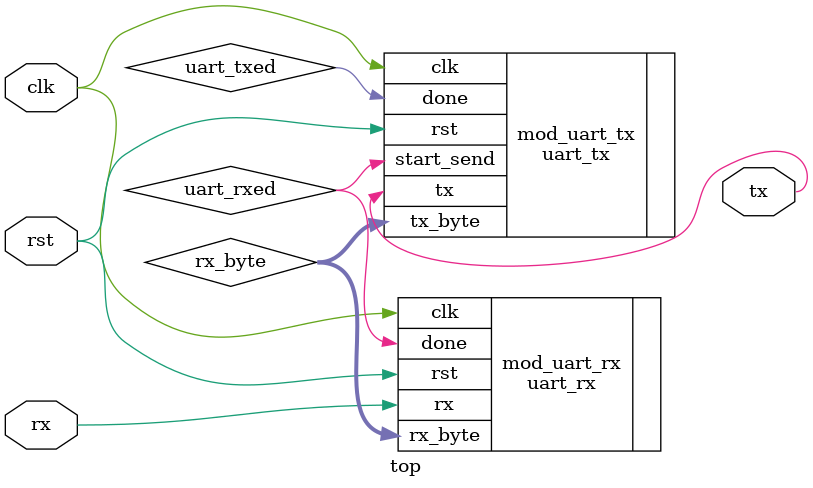
<source format=sv>
module top (
  input clk,
  input rst,
  input  rx,
  output tx,
);

parameter CLK_FREQ = 25_000_000;
parameter BAUDRATE = 9600;
parameter CLK_PER_BAUD = CLK_FREQ / BAUDRATE;

byte rx_byte;
logic uart_rxed;

uart_tx # (.CLK_PER_BAUD(CLK_PER_BAUD))
mod_uart_tx (
  /* input */
  .clk(clk),
  .rst(rst),
  .tx_byte(rx_byte),
  .start_send(uart_rxed),

  /* output */
  .tx(tx),
  .done(uart_txed)
);

uart_rx # (.CLK_PER_BAUD(CLK_PER_BAUD))
mod_uart_rx (
  /* input */
  .clk(clk),
  .rst(rst),
  .rx(rx),

  /* output */
  .rx_byte(rx_byte),
  .done(uart_rxed)
);

endmodule

</source>
